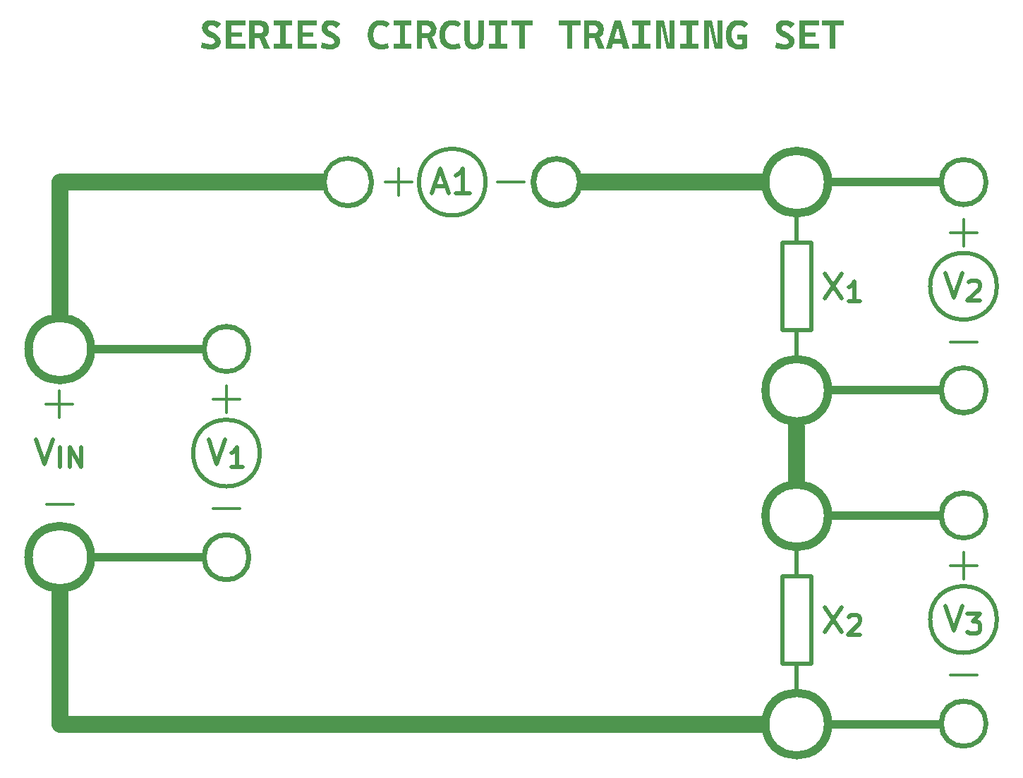
<source format=gbr>
%TF.GenerationSoftware,KiCad,Pcbnew,8.0.2*%
%TF.CreationDate,2024-06-17T23:38:42+07:00*%
%TF.ProjectId,Series Circuit,53657269-6573-4204-9369-72637569742e,rev?*%
%TF.SameCoordinates,Original*%
%TF.FileFunction,Legend,Top*%
%TF.FilePolarity,Positive*%
%FSLAX46Y46*%
G04 Gerber Fmt 4.6, Leading zero omitted, Abs format (unit mm)*
G04 Created by KiCad (PCBNEW 8.0.2) date 2024-06-17 23:38:42*
%MOMM*%
%LPD*%
G01*
G04 APERTURE LIST*
%ADD10C,2.000000*%
%ADD11C,1.000000*%
%ADD12C,0.500000*%
%ADD13C,0.300000*%
%ADD14C,1.250000*%
%ADD15C,0.120000*%
%ADD16C,6.400000*%
%ADD17C,4.800000*%
%ADD18C,4.900000*%
%ADD19C,5.100000*%
%ADD20C,6.500000*%
G04 APERTURE END LIST*
D10*
X171150000Y-130700000D02*
X86950000Y-130700000D01*
D11*
X192850000Y-65650000D02*
X179250000Y-65650000D01*
X192850000Y-130700000D02*
X179200000Y-130700000D01*
X179250000Y-105700000D02*
X192800000Y-105700000D01*
X90800000Y-85675000D02*
X104450000Y-85675000D01*
D10*
X86950000Y-114950000D02*
X86950000Y-130700000D01*
D11*
X179200000Y-90600000D02*
X192900000Y-90600000D01*
D10*
X86950000Y-81400000D02*
X86950000Y-65650000D01*
X118750000Y-65650000D02*
X86950000Y-65650000D01*
D11*
X90750000Y-110675000D02*
X104450000Y-110675000D01*
D10*
X175400000Y-95000000D02*
X175400000Y-101450000D01*
X171150000Y-65650000D02*
X149500000Y-65650000D01*
D12*
X178757518Y-76624357D02*
X180757518Y-79624357D01*
X180757518Y-76624357D02*
X178757518Y-79624357D01*
X183014661Y-79955785D02*
X181643232Y-79955785D01*
X182328947Y-79955785D02*
X182328947Y-77555785D01*
X182328947Y-77555785D02*
X182100375Y-77898642D01*
X182100375Y-77898642D02*
X181871804Y-78127214D01*
X181871804Y-78127214D02*
X181643232Y-78241500D01*
G36*
X104995185Y-49707211D02*
G01*
X104814665Y-49702369D01*
X104637484Y-49687843D01*
X104463642Y-49663634D01*
X104429274Y-49657630D01*
X104247975Y-49619484D01*
X104080212Y-49572044D01*
X103939445Y-49520854D01*
X104025785Y-48874587D01*
X104190995Y-48939035D01*
X104355370Y-48993465D01*
X104535218Y-49041767D01*
X104551518Y-49045557D01*
X104726123Y-49079626D01*
X104906002Y-49100663D01*
X105033653Y-49105397D01*
X105209686Y-49092534D01*
X105382054Y-49040278D01*
X105427739Y-49013928D01*
X105541942Y-48876567D01*
X105564515Y-48750634D01*
X105518099Y-48584307D01*
X105392856Y-48457322D01*
X105283269Y-48395016D01*
X104792586Y-48158223D01*
X104641783Y-48076423D01*
X104488471Y-47973119D01*
X104355462Y-47859344D01*
X104230094Y-47718830D01*
X104133811Y-47567361D01*
X104069038Y-47407237D01*
X104035777Y-47238458D01*
X104030914Y-47140951D01*
X104045068Y-46955379D01*
X104087528Y-46789114D01*
X104170716Y-46622739D01*
X104290875Y-46481581D01*
X104326692Y-46450233D01*
X104489915Y-46343269D01*
X104657892Y-46274746D01*
X104849350Y-46229621D01*
X105032144Y-46209566D01*
X105163590Y-46205745D01*
X105337975Y-46214468D01*
X105507220Y-46240637D01*
X105689243Y-46290175D01*
X105760276Y-46316021D01*
X105930862Y-46394544D01*
X106088925Y-46492267D01*
X106234467Y-46609191D01*
X106262073Y-46634880D01*
X105824389Y-47136677D01*
X105689220Y-47020175D01*
X105542707Y-46921533D01*
X105490143Y-46893045D01*
X105324730Y-46828931D01*
X105165300Y-46807560D01*
X104987823Y-46827470D01*
X104836183Y-46898174D01*
X104734803Y-47041762D01*
X104718214Y-47158048D01*
X104768824Y-47327056D01*
X104801134Y-47371761D01*
X104932500Y-47490171D01*
X105037927Y-47553844D01*
X105499546Y-47790637D01*
X105649478Y-47875529D01*
X105801495Y-47979860D01*
X105932888Y-48091993D01*
X106056054Y-48227466D01*
X106151097Y-48370715D01*
X106220220Y-48536542D01*
X106250941Y-48709382D01*
X106252669Y-48762602D01*
X106237002Y-48950921D01*
X106190001Y-49119441D01*
X106097918Y-49287793D01*
X105964909Y-49430286D01*
X105925262Y-49461869D01*
X105769141Y-49557466D01*
X105586514Y-49629583D01*
X105408879Y-49672710D01*
X105211769Y-49698586D01*
X105032635Y-49706971D01*
X104995185Y-49707211D01*
G37*
G36*
X106882694Y-49652501D02*
G01*
X106882694Y-46260456D01*
X107517847Y-46260456D01*
X107517847Y-49652501D01*
X106882694Y-49652501D01*
G37*
G36*
X106882694Y-49652501D02*
G01*
X106882694Y-49064364D01*
X109224983Y-49064364D01*
X109224983Y-49652501D01*
X106882694Y-49652501D01*
G37*
G36*
X106882694Y-48230030D02*
G01*
X106882694Y-47641893D01*
X108791574Y-47641893D01*
X108791574Y-48230030D01*
X106882694Y-48230030D01*
G37*
G36*
X106882694Y-46848593D02*
G01*
X106882694Y-46260456D01*
X109224983Y-46260456D01*
X109224983Y-46848593D01*
X106882694Y-46848593D01*
G37*
G36*
X110304658Y-48394161D02*
G01*
X110304658Y-47806025D01*
X110917586Y-47806025D01*
X111092336Y-47781972D01*
X111245567Y-47695579D01*
X111261235Y-47680362D01*
X111353559Y-47528839D01*
X111383853Y-47355235D01*
X111384334Y-47327309D01*
X111360772Y-47146808D01*
X111276142Y-46989409D01*
X111261235Y-46973401D01*
X111114201Y-46879795D01*
X110944874Y-46849080D01*
X110917586Y-46848593D01*
X110314061Y-46848593D01*
X110256786Y-46260456D01*
X110917586Y-46260456D01*
X111115226Y-46269802D01*
X111295256Y-46297842D01*
X111483031Y-46354181D01*
X111646836Y-46435964D01*
X111768161Y-46526314D01*
X111885409Y-46652971D01*
X111973859Y-46801062D01*
X112033512Y-46970587D01*
X112064367Y-47161548D01*
X112069068Y-47280292D01*
X112058490Y-47470139D01*
X112026753Y-47643456D01*
X111962987Y-47824769D01*
X111870423Y-47983583D01*
X111768161Y-48101803D01*
X111624903Y-48215720D01*
X111457674Y-48301657D01*
X111266474Y-48359615D01*
X111083509Y-48387024D01*
X110917586Y-48394161D01*
X110304658Y-48394161D01*
G37*
G36*
X109703699Y-49652501D02*
G01*
X109703699Y-46260456D01*
X110337997Y-46260456D01*
X110337997Y-49652501D01*
X109703699Y-49652501D01*
G37*
G36*
X111437334Y-49652501D02*
G01*
X110792777Y-48035979D01*
X111461270Y-48035979D01*
X112194731Y-49652501D01*
X111437334Y-49652501D01*
G37*
G36*
X113399215Y-49652501D02*
G01*
X113399215Y-46260456D01*
X114034368Y-46260456D01*
X114034368Y-49652501D01*
X113399215Y-49652501D01*
G37*
G36*
X112640108Y-49652501D02*
G01*
X112640108Y-49078041D01*
X114798604Y-49078041D01*
X114798604Y-49652501D01*
X112640108Y-49652501D01*
G37*
G36*
X112640108Y-46834915D02*
G01*
X112640108Y-46260456D01*
X114798604Y-46260456D01*
X114798604Y-46834915D01*
X112640108Y-46834915D01*
G37*
G36*
X115489323Y-49652501D02*
G01*
X115489323Y-46260456D01*
X116124477Y-46260456D01*
X116124477Y-49652501D01*
X115489323Y-49652501D01*
G37*
G36*
X115489323Y-49652501D02*
G01*
X115489323Y-49064364D01*
X117831612Y-49064364D01*
X117831612Y-49652501D01*
X115489323Y-49652501D01*
G37*
G36*
X115489323Y-48230030D02*
G01*
X115489323Y-47641893D01*
X117398203Y-47641893D01*
X117398203Y-48230030D01*
X115489323Y-48230030D01*
G37*
G36*
X115489323Y-46848593D02*
G01*
X115489323Y-46260456D01*
X117831612Y-46260456D01*
X117831612Y-46848593D01*
X115489323Y-46848593D01*
G37*
G36*
X119339567Y-49707211D02*
G01*
X119159047Y-49702369D01*
X118981866Y-49687843D01*
X118808024Y-49663634D01*
X118773657Y-49657630D01*
X118592358Y-49619484D01*
X118424594Y-49572044D01*
X118283828Y-49520854D01*
X118370168Y-48874587D01*
X118535377Y-48939035D01*
X118699752Y-48993465D01*
X118879600Y-49041767D01*
X118895900Y-49045557D01*
X119070505Y-49079626D01*
X119250384Y-49100663D01*
X119378036Y-49105397D01*
X119554068Y-49092534D01*
X119726436Y-49040278D01*
X119772121Y-49013928D01*
X119886324Y-48876567D01*
X119908897Y-48750634D01*
X119862481Y-48584307D01*
X119737239Y-48457322D01*
X119627652Y-48395016D01*
X119136968Y-48158223D01*
X118986165Y-48076423D01*
X118832853Y-47973119D01*
X118699844Y-47859344D01*
X118574477Y-47718830D01*
X118478193Y-47567361D01*
X118413421Y-47407237D01*
X118380159Y-47238458D01*
X118375297Y-47140951D01*
X118389450Y-46955379D01*
X118431910Y-46789114D01*
X118515098Y-46622739D01*
X118635258Y-46481581D01*
X118671075Y-46450233D01*
X118834298Y-46343269D01*
X119002275Y-46274746D01*
X119193732Y-46229621D01*
X119376526Y-46209566D01*
X119507973Y-46205745D01*
X119682357Y-46214468D01*
X119851602Y-46240637D01*
X120033625Y-46290175D01*
X120104658Y-46316021D01*
X120275244Y-46394544D01*
X120433308Y-46492267D01*
X120578849Y-46609191D01*
X120606455Y-46634880D01*
X120168772Y-47136677D01*
X120033603Y-47020175D01*
X119887090Y-46921533D01*
X119834525Y-46893045D01*
X119669112Y-46828931D01*
X119509683Y-46807560D01*
X119332205Y-46827470D01*
X119180565Y-46898174D01*
X119079185Y-47041762D01*
X119062596Y-47158048D01*
X119113207Y-47327056D01*
X119145516Y-47371761D01*
X119276883Y-47490171D01*
X119382310Y-47553844D01*
X119843929Y-47790637D01*
X119993861Y-47875529D01*
X120145877Y-47979860D01*
X120277270Y-48091993D01*
X120400436Y-48227466D01*
X120495480Y-48370715D01*
X120564602Y-48536542D01*
X120595324Y-48709382D01*
X120597052Y-48762602D01*
X120581385Y-48950921D01*
X120534384Y-49119441D01*
X120442300Y-49287793D01*
X120309291Y-49430286D01*
X120269644Y-49461869D01*
X120113524Y-49557466D01*
X119930896Y-49629583D01*
X119753261Y-49672710D01*
X119556152Y-49698586D01*
X119377017Y-49706971D01*
X119339567Y-49707211D01*
G37*
G36*
X125550907Y-49707211D02*
G01*
X125353190Y-49700352D01*
X125168228Y-49679776D01*
X124996023Y-49645481D01*
X124761632Y-49568319D01*
X124555942Y-49460293D01*
X124378953Y-49321401D01*
X124230665Y-49151645D01*
X124111078Y-48951024D01*
X124020191Y-48719539D01*
X123975546Y-48548068D01*
X123943656Y-48362879D01*
X123924522Y-48163973D01*
X123918144Y-47951349D01*
X123924569Y-47749271D01*
X123943843Y-47558920D01*
X123975966Y-47380296D01*
X124020939Y-47213400D01*
X124095225Y-47021271D01*
X124189589Y-46847467D01*
X124304029Y-46691987D01*
X124329327Y-46663090D01*
X124466149Y-46531336D01*
X124619625Y-46421912D01*
X124789756Y-46334820D01*
X124976542Y-46270060D01*
X125179982Y-46227630D01*
X125354725Y-46209765D01*
X125492777Y-46205745D01*
X125677523Y-46214401D01*
X125849961Y-46240367D01*
X126027125Y-46289521D01*
X126093737Y-46315166D01*
X126259012Y-46400816D01*
X126393983Y-46508486D01*
X126490387Y-46625477D01*
X126134770Y-47087951D01*
X126003438Y-46962722D01*
X125859508Y-46881077D01*
X125685760Y-46825939D01*
X125510061Y-46807632D01*
X125497907Y-46807560D01*
X125324787Y-46821550D01*
X125146270Y-46871799D01*
X124988377Y-46958593D01*
X124851106Y-47081932D01*
X124835398Y-47099919D01*
X124726565Y-47261058D01*
X124656844Y-47427299D01*
X124610930Y-47617103D01*
X124590523Y-47798545D01*
X124586636Y-47929123D01*
X124595825Y-48139336D01*
X124623392Y-48328872D01*
X124669336Y-48497732D01*
X124759182Y-48690714D01*
X124881699Y-48846938D01*
X125036888Y-48966403D01*
X125224748Y-49049110D01*
X125445279Y-49095058D01*
X125632118Y-49105397D01*
X125805920Y-49096421D01*
X125978546Y-49069493D01*
X126149997Y-49024613D01*
X126320272Y-48961782D01*
X126430548Y-49544789D01*
X126245577Y-49608077D01*
X126056434Y-49655820D01*
X125863119Y-49688019D01*
X125665631Y-49704673D01*
X125550907Y-49707211D01*
G37*
G36*
X127743597Y-49652501D02*
G01*
X127743597Y-46260456D01*
X128378751Y-46260456D01*
X128378751Y-49652501D01*
X127743597Y-49652501D01*
G37*
G36*
X126984491Y-49652501D02*
G01*
X126984491Y-49078041D01*
X129142987Y-49078041D01*
X129142987Y-49652501D01*
X126984491Y-49652501D01*
G37*
G36*
X126984491Y-46834915D02*
G01*
X126984491Y-46260456D01*
X129142987Y-46260456D01*
X129142987Y-46834915D01*
X126984491Y-46834915D01*
G37*
G36*
X130386793Y-48394161D02*
G01*
X130386793Y-47806025D01*
X130999721Y-47806025D01*
X131174471Y-47781972D01*
X131327703Y-47695579D01*
X131343371Y-47680362D01*
X131435694Y-47528839D01*
X131465988Y-47355235D01*
X131466469Y-47327309D01*
X131442907Y-47146808D01*
X131358277Y-46989409D01*
X131343371Y-46973401D01*
X131196336Y-46879795D01*
X131027009Y-46849080D01*
X130999721Y-46848593D01*
X130396197Y-46848593D01*
X130338922Y-46260456D01*
X130999721Y-46260456D01*
X131197362Y-46269802D01*
X131377391Y-46297842D01*
X131565167Y-46354181D01*
X131728971Y-46435964D01*
X131850297Y-46526314D01*
X131967545Y-46652971D01*
X132055995Y-46801062D01*
X132115647Y-46970587D01*
X132146502Y-47161548D01*
X132151204Y-47280292D01*
X132140625Y-47470139D01*
X132108889Y-47643456D01*
X132045122Y-47824769D01*
X131952558Y-47983583D01*
X131850297Y-48101803D01*
X131707038Y-48215720D01*
X131539809Y-48301657D01*
X131348609Y-48359615D01*
X131165644Y-48387024D01*
X130999721Y-48394161D01*
X130386793Y-48394161D01*
G37*
G36*
X129785834Y-49652501D02*
G01*
X129785834Y-46260456D01*
X130420133Y-46260456D01*
X130420133Y-49652501D01*
X129785834Y-49652501D01*
G37*
G36*
X131519470Y-49652501D02*
G01*
X130874913Y-48035979D01*
X131543405Y-48035979D01*
X132276867Y-49652501D01*
X131519470Y-49652501D01*
G37*
G36*
X134157537Y-49707211D02*
G01*
X133959819Y-49700352D01*
X133774858Y-49679776D01*
X133602652Y-49645481D01*
X133368261Y-49568319D01*
X133162571Y-49460293D01*
X132985582Y-49321401D01*
X132837294Y-49151645D01*
X132717707Y-48951024D01*
X132626821Y-48719539D01*
X132582175Y-48548068D01*
X132550285Y-48362879D01*
X132531151Y-48163973D01*
X132524773Y-47951349D01*
X132531198Y-47749271D01*
X132550472Y-47558920D01*
X132582596Y-47380296D01*
X132627569Y-47213400D01*
X132701855Y-47021271D01*
X132796218Y-46847467D01*
X132910659Y-46691987D01*
X132935956Y-46663090D01*
X133072778Y-46531336D01*
X133226254Y-46421912D01*
X133396385Y-46334820D01*
X133583171Y-46270060D01*
X133786611Y-46227630D01*
X133961354Y-46209765D01*
X134099407Y-46205745D01*
X134284152Y-46214401D01*
X134456591Y-46240367D01*
X134633755Y-46289521D01*
X134700366Y-46315166D01*
X134865641Y-46400816D01*
X135000612Y-46508486D01*
X135097017Y-46625477D01*
X134741399Y-47087951D01*
X134610068Y-46962722D01*
X134466137Y-46881077D01*
X134292389Y-46825939D01*
X134116690Y-46807632D01*
X134104536Y-46807560D01*
X133931416Y-46821550D01*
X133752900Y-46871799D01*
X133595006Y-46958593D01*
X133457736Y-47081932D01*
X133442027Y-47099919D01*
X133333194Y-47261058D01*
X133263473Y-47427299D01*
X133217559Y-47617103D01*
X133197153Y-47798545D01*
X133193266Y-47929123D01*
X133202455Y-48139336D01*
X133230021Y-48328872D01*
X133275965Y-48497732D01*
X133365811Y-48690714D01*
X133488329Y-48846938D01*
X133643517Y-48966403D01*
X133831377Y-49049110D01*
X134051908Y-49095058D01*
X134238747Y-49105397D01*
X134412549Y-49096421D01*
X134585175Y-49069493D01*
X134756626Y-49024613D01*
X134926902Y-48961782D01*
X135037177Y-49544789D01*
X134852207Y-49608077D01*
X134663064Y-49655820D01*
X134469748Y-49688019D01*
X134272260Y-49704673D01*
X134157537Y-49707211D01*
G37*
G36*
X136660537Y-49707211D02*
G01*
X136457352Y-49697196D01*
X136274152Y-49667150D01*
X136060974Y-49595930D01*
X135883325Y-49489101D01*
X135741206Y-49346661D01*
X135634617Y-49168612D01*
X135563558Y-48954953D01*
X135533580Y-48771340D01*
X135523587Y-48567696D01*
X135523587Y-46260456D01*
X136157886Y-46260456D01*
X136157886Y-48560002D01*
X136175316Y-48739841D01*
X136239714Y-48903465D01*
X136281839Y-48958362D01*
X136429225Y-49054082D01*
X136607403Y-49089635D01*
X136671650Y-49091719D01*
X136845379Y-49073026D01*
X137002633Y-49003965D01*
X137122445Y-48862728D01*
X137174863Y-48684623D01*
X137182851Y-48560002D01*
X137182851Y-46260456D01*
X137817149Y-46260456D01*
X137817149Y-48567696D01*
X137809970Y-48738908D01*
X137782401Y-48925960D01*
X137734155Y-49092936D01*
X137651736Y-49262368D01*
X137541173Y-49404475D01*
X137523081Y-49422546D01*
X137381295Y-49533465D01*
X137213248Y-49617141D01*
X137048305Y-49667180D01*
X136864068Y-49697203D01*
X136660537Y-49707211D01*
G37*
G36*
X139219103Y-49652501D02*
G01*
X139219103Y-46260456D01*
X139854257Y-46260456D01*
X139854257Y-49652501D01*
X139219103Y-49652501D01*
G37*
G36*
X138459997Y-49652501D02*
G01*
X138459997Y-49078041D01*
X140618493Y-49078041D01*
X140618493Y-49652501D01*
X138459997Y-49652501D01*
G37*
G36*
X138459997Y-46834915D02*
G01*
X138459997Y-46260456D01*
X140618493Y-46260456D01*
X140618493Y-46834915D01*
X138459997Y-46834915D01*
G37*
G36*
X142090544Y-49652501D02*
G01*
X142090544Y-46260456D01*
X142725698Y-46260456D01*
X142725698Y-49652501D01*
X142090544Y-49652501D01*
G37*
G36*
X141116870Y-46848593D02*
G01*
X141116870Y-46260456D01*
X143699372Y-46260456D01*
X143699372Y-46848593D01*
X141116870Y-46848593D01*
G37*
G36*
X147828297Y-49652501D02*
G01*
X147828297Y-46260456D01*
X148463451Y-46260456D01*
X148463451Y-49652501D01*
X147828297Y-49652501D01*
G37*
G36*
X146854623Y-46848593D02*
G01*
X146854623Y-46260456D01*
X149437125Y-46260456D01*
X149437125Y-46848593D01*
X146854623Y-46848593D01*
G37*
G36*
X150468929Y-48394161D02*
G01*
X150468929Y-47806025D01*
X151081856Y-47806025D01*
X151256606Y-47781972D01*
X151409838Y-47695579D01*
X151425506Y-47680362D01*
X151517830Y-47528839D01*
X151548123Y-47355235D01*
X151548604Y-47327309D01*
X151525043Y-47146808D01*
X151440412Y-46989409D01*
X151425506Y-46973401D01*
X151278472Y-46879795D01*
X151109145Y-46849080D01*
X151081856Y-46848593D01*
X150478332Y-46848593D01*
X150421057Y-46260456D01*
X151081856Y-46260456D01*
X151279497Y-46269802D01*
X151459526Y-46297842D01*
X151647302Y-46354181D01*
X151811107Y-46435964D01*
X151932432Y-46526314D01*
X152049680Y-46652971D01*
X152138130Y-46801062D01*
X152197783Y-46970587D01*
X152228637Y-47161548D01*
X152233339Y-47280292D01*
X152222760Y-47470139D01*
X152191024Y-47643456D01*
X152127258Y-47824769D01*
X152034693Y-47983583D01*
X151932432Y-48101803D01*
X151789174Y-48215720D01*
X151621944Y-48301657D01*
X151430744Y-48359615D01*
X151247780Y-48387024D01*
X151081856Y-48394161D01*
X150468929Y-48394161D01*
G37*
G36*
X149867969Y-49652501D02*
G01*
X149867969Y-46260456D01*
X150502268Y-46260456D01*
X150502268Y-49652501D01*
X149867969Y-49652501D01*
G37*
G36*
X151601605Y-49652501D02*
G01*
X150957048Y-48035979D01*
X151625541Y-48035979D01*
X152359002Y-49652501D01*
X151601605Y-49652501D01*
G37*
G36*
X152508601Y-49652501D02*
G01*
X153494243Y-46260456D01*
X154273011Y-46260456D01*
X155258653Y-49652501D01*
X154573918Y-49652501D01*
X153905426Y-47089660D01*
X153861828Y-47089660D01*
X153193336Y-49652501D01*
X152508601Y-49652501D01*
G37*
G36*
X153006124Y-48995976D02*
G01*
X153006124Y-48407839D01*
X154737195Y-48407839D01*
X154737195Y-48995976D01*
X153006124Y-48995976D01*
G37*
G36*
X156432362Y-49652501D02*
G01*
X156432362Y-46260456D01*
X157067516Y-46260456D01*
X157067516Y-49652501D01*
X156432362Y-49652501D01*
G37*
G36*
X155673255Y-49652501D02*
G01*
X155673255Y-49078041D01*
X157831752Y-49078041D01*
X157831752Y-49652501D01*
X155673255Y-49652501D01*
G37*
G36*
X155673255Y-46834915D02*
G01*
X155673255Y-46260456D01*
X157831752Y-46260456D01*
X157831752Y-46834915D01*
X155673255Y-46834915D01*
G37*
G36*
X159794487Y-49652501D02*
G01*
X159193528Y-47000756D01*
X158931089Y-47000756D01*
X158931089Y-46260456D01*
X159448273Y-46260456D01*
X160049232Y-48912200D01*
X160210799Y-48912200D01*
X160210799Y-49652501D01*
X159794487Y-49652501D01*
G37*
G36*
X158493405Y-49652501D02*
G01*
X158493405Y-46260456D01*
X159104623Y-46260456D01*
X159104623Y-49652501D01*
X158493405Y-49652501D01*
G37*
G36*
X160138137Y-49652501D02*
G01*
X160138137Y-46260456D01*
X160749355Y-46260456D01*
X160749355Y-49652501D01*
X160138137Y-49652501D01*
G37*
G36*
X162170115Y-49652501D02*
G01*
X162170115Y-46260456D01*
X162805269Y-46260456D01*
X162805269Y-49652501D01*
X162170115Y-49652501D01*
G37*
G36*
X161411008Y-49652501D02*
G01*
X161411008Y-49078041D01*
X163569505Y-49078041D01*
X163569505Y-49652501D01*
X161411008Y-49652501D01*
G37*
G36*
X161411008Y-46834915D02*
G01*
X161411008Y-46260456D01*
X163569505Y-46260456D01*
X163569505Y-46834915D01*
X161411008Y-46834915D01*
G37*
G36*
X165532240Y-49652501D02*
G01*
X164931281Y-47000756D01*
X164668842Y-47000756D01*
X164668842Y-46260456D01*
X165186026Y-46260456D01*
X165786985Y-48912200D01*
X165948552Y-48912200D01*
X165948552Y-49652501D01*
X165532240Y-49652501D01*
G37*
G36*
X164231158Y-49652501D02*
G01*
X164231158Y-46260456D01*
X164842376Y-46260456D01*
X164842376Y-49652501D01*
X164231158Y-49652501D01*
G37*
G36*
X165875890Y-49652501D02*
G01*
X165875890Y-46260456D01*
X166487107Y-46260456D01*
X166487107Y-49652501D01*
X165875890Y-49652501D01*
G37*
G36*
X168472924Y-49707211D02*
G01*
X168282867Y-49700359D01*
X168105071Y-49679802D01*
X167900070Y-49634835D01*
X167714228Y-49568455D01*
X167547545Y-49480661D01*
X167400020Y-49371455D01*
X167295796Y-49268673D01*
X167182758Y-49120656D01*
X167088878Y-48951226D01*
X167014158Y-48760384D01*
X166968177Y-48592292D01*
X166934457Y-48410496D01*
X166912999Y-48214996D01*
X166903803Y-48005791D01*
X166903419Y-47951349D01*
X166909764Y-47749271D01*
X166928798Y-47558920D01*
X166960521Y-47380296D01*
X167004933Y-47213400D01*
X167078292Y-47021271D01*
X167171478Y-46847467D01*
X167284491Y-46691987D01*
X167309473Y-46663090D01*
X167444484Y-46531336D01*
X167595731Y-46421912D01*
X167763216Y-46334820D01*
X167946937Y-46270060D01*
X168146896Y-46227630D01*
X168318554Y-46209765D01*
X168454117Y-46205745D01*
X168634063Y-46213119D01*
X168821175Y-46239040D01*
X168992058Y-46283624D01*
X169096964Y-46323715D01*
X169254644Y-46406512D01*
X169401094Y-46519765D01*
X169519260Y-46656251D01*
X169120045Y-47119580D01*
X168995451Y-46989215D01*
X168842219Y-46890480D01*
X168680307Y-46830962D01*
X168507125Y-46807884D01*
X168483182Y-46807560D01*
X168303184Y-46821591D01*
X168120113Y-46871987D01*
X167961191Y-46959034D01*
X167826419Y-47082734D01*
X167811270Y-47100773D01*
X167706551Y-47262180D01*
X167639465Y-47428392D01*
X167595287Y-47617921D01*
X167575652Y-47798932D01*
X167571912Y-47929123D01*
X167577777Y-48105736D01*
X167600297Y-48298719D01*
X167639707Y-48471024D01*
X167707032Y-48645915D01*
X167797346Y-48792662D01*
X167812125Y-48811328D01*
X167947458Y-48939983D01*
X168112391Y-49031879D01*
X168280988Y-49082135D01*
X168472246Y-49104248D01*
X168531054Y-49105397D01*
X168707614Y-49098060D01*
X168877877Y-49073750D01*
X168933688Y-49060944D01*
X169100882Y-49017574D01*
X169218353Y-48985718D01*
X169446598Y-49563596D01*
X169277728Y-49607023D01*
X169108949Y-49644690D01*
X169076448Y-49651646D01*
X168904009Y-49680948D01*
X168716877Y-49699397D01*
X168535896Y-49706723D01*
X168472924Y-49707211D01*
G37*
G36*
X168817428Y-49563596D02*
G01*
X168817428Y-47915445D01*
X169446598Y-47915445D01*
X169446598Y-49563596D01*
X168817428Y-49563596D01*
G37*
G36*
X168252373Y-48503582D02*
G01*
X168252373Y-47915445D01*
X169432920Y-47915445D01*
X169432920Y-48503582D01*
X168252373Y-48503582D01*
G37*
G36*
X173848221Y-49707211D02*
G01*
X173667700Y-49702369D01*
X173490519Y-49687843D01*
X173316677Y-49663634D01*
X173282310Y-49657630D01*
X173101011Y-49619484D01*
X172933247Y-49572044D01*
X172792481Y-49520854D01*
X172878821Y-48874587D01*
X173044030Y-48939035D01*
X173208405Y-48993465D01*
X173388254Y-49041767D01*
X173404553Y-49045557D01*
X173579158Y-49079626D01*
X173759037Y-49100663D01*
X173886689Y-49105397D01*
X174062721Y-49092534D01*
X174235089Y-49040278D01*
X174280775Y-49013928D01*
X174394977Y-48876567D01*
X174417551Y-48750634D01*
X174371134Y-48584307D01*
X174245892Y-48457322D01*
X174136305Y-48395016D01*
X173645621Y-48158223D01*
X173494819Y-48076423D01*
X173341507Y-47973119D01*
X173208497Y-47859344D01*
X173083130Y-47718830D01*
X172986846Y-47567361D01*
X172922074Y-47407237D01*
X172888813Y-47238458D01*
X172883950Y-47140951D01*
X172898103Y-46955379D01*
X172940564Y-46789114D01*
X173023751Y-46622739D01*
X173143911Y-46481581D01*
X173179728Y-46450233D01*
X173342951Y-46343269D01*
X173510928Y-46274746D01*
X173702385Y-46229621D01*
X173885179Y-46209566D01*
X174016626Y-46205745D01*
X174191010Y-46214468D01*
X174360256Y-46240637D01*
X174542279Y-46290175D01*
X174613311Y-46316021D01*
X174783897Y-46394544D01*
X174941961Y-46492267D01*
X175087503Y-46609191D01*
X175115108Y-46634880D01*
X174677425Y-47136677D01*
X174542256Y-47020175D01*
X174395743Y-46921533D01*
X174343179Y-46893045D01*
X174177765Y-46828931D01*
X174018336Y-46807560D01*
X173840858Y-46827470D01*
X173689218Y-46898174D01*
X173587839Y-47041762D01*
X173571249Y-47158048D01*
X173621860Y-47327056D01*
X173654170Y-47371761D01*
X173785536Y-47490171D01*
X173890963Y-47553844D01*
X174352582Y-47790637D01*
X174502514Y-47875529D01*
X174654530Y-47979860D01*
X174785923Y-48091993D01*
X174909089Y-48227466D01*
X175004133Y-48370715D01*
X175073256Y-48536542D01*
X175103977Y-48709382D01*
X175105705Y-48762602D01*
X175090038Y-48950921D01*
X175043037Y-49119441D01*
X174950954Y-49287793D01*
X174817944Y-49430286D01*
X174778297Y-49461869D01*
X174622177Y-49557466D01*
X174439550Y-49629583D01*
X174261914Y-49672710D01*
X174064805Y-49698586D01*
X173885670Y-49706971D01*
X173848221Y-49707211D01*
G37*
G36*
X175735729Y-49652501D02*
G01*
X175735729Y-46260456D01*
X176370883Y-46260456D01*
X176370883Y-49652501D01*
X175735729Y-49652501D01*
G37*
G36*
X175735729Y-49652501D02*
G01*
X175735729Y-49064364D01*
X178078018Y-49064364D01*
X178078018Y-49652501D01*
X175735729Y-49652501D01*
G37*
G36*
X175735729Y-48230030D02*
G01*
X175735729Y-47641893D01*
X177644609Y-47641893D01*
X177644609Y-48230030D01*
X175735729Y-48230030D01*
G37*
G36*
X175735729Y-46848593D02*
G01*
X175735729Y-46260456D01*
X178078018Y-46260456D01*
X178078018Y-46848593D01*
X175735729Y-46848593D01*
G37*
G36*
X179385939Y-49652501D02*
G01*
X179385939Y-46260456D01*
X180021092Y-46260456D01*
X180021092Y-49652501D01*
X179385939Y-49652501D01*
G37*
G36*
X178412264Y-46848593D02*
G01*
X178412264Y-46260456D01*
X180994766Y-46260456D01*
X180994766Y-46848593D01*
X178412264Y-46848593D01*
G37*
X178757518Y-116674357D02*
X180757518Y-119674357D01*
X180757518Y-116674357D02*
X178757518Y-119674357D01*
X181643232Y-117834357D02*
X181757518Y-117720071D01*
X181757518Y-117720071D02*
X181986090Y-117605785D01*
X181986090Y-117605785D02*
X182557518Y-117605785D01*
X182557518Y-117605785D02*
X182786090Y-117720071D01*
X182786090Y-117720071D02*
X182900375Y-117834357D01*
X182900375Y-117834357D02*
X183014661Y-118062928D01*
X183014661Y-118062928D02*
X183014661Y-118291500D01*
X183014661Y-118291500D02*
X182900375Y-118634357D01*
X182900375Y-118634357D02*
X181528947Y-120005785D01*
X181528947Y-120005785D02*
X183014661Y-120005785D01*
X193257143Y-116511857D02*
X194257143Y-119511857D01*
X194257143Y-119511857D02*
X195257143Y-116511857D01*
X195885715Y-117443285D02*
X197371429Y-117443285D01*
X197371429Y-117443285D02*
X196571429Y-118357571D01*
X196571429Y-118357571D02*
X196914286Y-118357571D01*
X196914286Y-118357571D02*
X197142858Y-118471857D01*
X197142858Y-118471857D02*
X197257143Y-118586142D01*
X197257143Y-118586142D02*
X197371429Y-118814714D01*
X197371429Y-118814714D02*
X197371429Y-119386142D01*
X197371429Y-119386142D02*
X197257143Y-119614714D01*
X197257143Y-119614714D02*
X197142858Y-119729000D01*
X197142858Y-119729000D02*
X196914286Y-119843285D01*
X196914286Y-119843285D02*
X196228572Y-119843285D01*
X196228572Y-119843285D02*
X196000000Y-119729000D01*
X196000000Y-119729000D02*
X195885715Y-119614714D01*
X131907142Y-66154714D02*
X133335714Y-66154714D01*
X131621428Y-67011857D02*
X132621428Y-64011857D01*
X132621428Y-64011857D02*
X133621428Y-67011857D01*
X136192857Y-67011857D02*
X134478571Y-67011857D01*
X135335714Y-67011857D02*
X135335714Y-64011857D01*
X135335714Y-64011857D02*
X135050000Y-64440428D01*
X135050000Y-64440428D02*
X134764285Y-64726142D01*
X134764285Y-64726142D02*
X134478571Y-64869000D01*
X84121428Y-96536857D02*
X85121428Y-99536857D01*
X85121428Y-99536857D02*
X86121428Y-96536857D01*
X86978571Y-99868285D02*
X86978571Y-97468285D01*
X88121428Y-99868285D02*
X88121428Y-97468285D01*
X88121428Y-97468285D02*
X89492857Y-99868285D01*
X89492857Y-99868285D02*
X89492857Y-97468285D01*
X104807143Y-96536857D02*
X105807143Y-99536857D01*
X105807143Y-99536857D02*
X106807143Y-96536857D01*
X108921429Y-99868285D02*
X107550000Y-99868285D01*
X108235715Y-99868285D02*
X108235715Y-97468285D01*
X108235715Y-97468285D02*
X108007143Y-97811142D01*
X108007143Y-97811142D02*
X107778572Y-98039714D01*
X107778572Y-98039714D02*
X107550000Y-98154000D01*
X193257143Y-76511857D02*
X194257143Y-79511857D01*
X194257143Y-79511857D02*
X195257143Y-76511857D01*
X196000000Y-77671857D02*
X196114286Y-77557571D01*
X196114286Y-77557571D02*
X196342858Y-77443285D01*
X196342858Y-77443285D02*
X196914286Y-77443285D01*
X196914286Y-77443285D02*
X197142858Y-77557571D01*
X197142858Y-77557571D02*
X197257143Y-77671857D01*
X197257143Y-77671857D02*
X197371429Y-77900428D01*
X197371429Y-77900428D02*
X197371429Y-78129000D01*
X197371429Y-78129000D02*
X197257143Y-78471857D01*
X197257143Y-78471857D02*
X195885715Y-79843285D01*
X195885715Y-79843285D02*
X197371429Y-79843285D01*
D13*
%TO.C,MES3*%
X193800000Y-111700000D02*
X197000000Y-111700000D01*
X193800000Y-124850000D02*
X197000000Y-124850000D01*
X195400000Y-113300000D02*
X195400000Y-110100000D01*
D11*
X197900000Y-105650000D02*
G75*
G02*
X192900000Y-105650000I-2500000J0D01*
G01*
X192900000Y-105650000D02*
G75*
G02*
X197900000Y-105650000I2500000J0D01*
G01*
D12*
X199400000Y-118150000D02*
G75*
G02*
X191400000Y-118150000I-4000000J0D01*
G01*
X191400000Y-118150000D02*
G75*
G02*
X199400000Y-118150000I4000000J0D01*
G01*
D11*
X197900000Y-130650000D02*
G75*
G02*
X192900000Y-130650000I-2500000J0D01*
G01*
X192900000Y-130650000D02*
G75*
G02*
X197900000Y-130650000I2500000J0D01*
G01*
D13*
%TO.C,A1*%
X127600000Y-67250000D02*
X127600000Y-64050000D01*
X129200000Y-65650000D02*
X126000000Y-65650000D01*
X142650000Y-65650000D02*
X139450000Y-65650000D01*
D14*
X124050000Y-65650000D02*
G75*
G02*
X119050000Y-65650000I-2500000J0D01*
G01*
X119050000Y-65650000D02*
G75*
G02*
X124050000Y-65650000I2500000J0D01*
G01*
D12*
X138050000Y-65650000D02*
G75*
G02*
X130050000Y-65650000I-4000000J0D01*
G01*
X130050000Y-65650000D02*
G75*
G02*
X138050000Y-65650000I4000000J0D01*
G01*
D14*
X149050000Y-65650000D02*
G75*
G02*
X144050000Y-65650000I-2500000J0D01*
G01*
X144050000Y-65650000D02*
G75*
G02*
X149050000Y-65650000I2500000J0D01*
G01*
D15*
%TO.C,R1*%
X173680000Y-74280000D02*
X173680000Y-83520000D01*
X173680000Y-83520000D02*
X177120000Y-83520000D01*
D12*
X175400000Y-72900000D02*
X175400000Y-69350000D01*
D15*
X175400000Y-85480000D02*
X175400000Y-83520000D01*
D12*
X175400000Y-86950000D02*
X175400000Y-83400000D01*
D15*
X177120000Y-83520000D02*
X177120000Y-74280000D01*
D12*
X177150000Y-83400000D02*
X173650000Y-83400000D01*
X173650000Y-72900000D01*
X177150000Y-72900000D01*
X177150000Y-83400000D01*
D11*
X179150000Y-65650000D02*
G75*
G02*
X171650000Y-65650000I-3750000J0D01*
G01*
X171650000Y-65650000D02*
G75*
G02*
X179150000Y-65650000I3750000J0D01*
G01*
X179150000Y-90650000D02*
G75*
G02*
X171650000Y-90650000I-3750000J0D01*
G01*
X171650000Y-90650000D02*
G75*
G02*
X179150000Y-90650000I3750000J0D01*
G01*
D13*
%TO.C,V1*%
X85300000Y-92325000D02*
X88500000Y-92325000D01*
X85350000Y-104325000D02*
X88550000Y-104325000D01*
X86900000Y-93925000D02*
X86900000Y-90725000D01*
D11*
X90700000Y-85675000D02*
G75*
G02*
X83200000Y-85675000I-3750000J0D01*
G01*
X83200000Y-85675000D02*
G75*
G02*
X90700000Y-85675000I3750000J0D01*
G01*
X90700000Y-110675000D02*
G75*
G02*
X83200000Y-110675000I-3750000J0D01*
G01*
X83200000Y-110675000D02*
G75*
G02*
X90700000Y-110675000I3750000J0D01*
G01*
D13*
%TO.C,MES1*%
X105350000Y-91725000D02*
X108550000Y-91725000D01*
X105350000Y-104875000D02*
X108550000Y-104875000D01*
X106950000Y-93325000D02*
X106950000Y-90125000D01*
D11*
X109450000Y-85675000D02*
G75*
G02*
X104450000Y-85675000I-2500000J0D01*
G01*
X104450000Y-85675000D02*
G75*
G02*
X109450000Y-85675000I2500000J0D01*
G01*
D12*
X110950000Y-98175000D02*
G75*
G02*
X102950000Y-98175000I-4000000J0D01*
G01*
X102950000Y-98175000D02*
G75*
G02*
X110950000Y-98175000I4000000J0D01*
G01*
D11*
X109450000Y-110675000D02*
G75*
G02*
X104450000Y-110675000I-2500000J0D01*
G01*
X104450000Y-110675000D02*
G75*
G02*
X109450000Y-110675000I2500000J0D01*
G01*
D13*
%TO.C,MES2*%
X193800000Y-71700000D02*
X197000000Y-71700000D01*
X193800000Y-84850000D02*
X197000000Y-84850000D01*
X195400000Y-73300000D02*
X195400000Y-70100000D01*
D11*
X197900000Y-65650000D02*
G75*
G02*
X192900000Y-65650000I-2500000J0D01*
G01*
X192900000Y-65650000D02*
G75*
G02*
X197900000Y-65650000I2500000J0D01*
G01*
D12*
X199400000Y-78150000D02*
G75*
G02*
X191400000Y-78150000I-4000000J0D01*
G01*
X191400000Y-78150000D02*
G75*
G02*
X199400000Y-78150000I4000000J0D01*
G01*
D11*
X197900000Y-90650000D02*
G75*
G02*
X192900000Y-90650000I-2500000J0D01*
G01*
X192900000Y-90650000D02*
G75*
G02*
X197900000Y-90650000I2500000J0D01*
G01*
D15*
%TO.C,R2*%
X173680000Y-114330000D02*
X173680000Y-123570000D01*
X173680000Y-123570000D02*
X177120000Y-123570000D01*
D12*
X175400000Y-112950000D02*
X175400000Y-109400000D01*
D15*
X175400000Y-125530000D02*
X175400000Y-123570000D01*
D12*
X175400000Y-127000000D02*
X175400000Y-123450000D01*
D15*
X177120000Y-123570000D02*
X177120000Y-114330000D01*
D12*
X177150000Y-123450000D02*
X173650000Y-123450000D01*
X173650000Y-112950000D01*
X177150000Y-112950000D01*
X177150000Y-123450000D01*
D11*
X179150000Y-105700000D02*
G75*
G02*
X171650000Y-105700000I-3750000J0D01*
G01*
X171650000Y-105700000D02*
G75*
G02*
X179150000Y-105700000I3750000J0D01*
G01*
X179150000Y-130700000D02*
G75*
G02*
X171650000Y-130700000I-3750000J0D01*
G01*
X171650000Y-130700000D02*
G75*
G02*
X179150000Y-130700000I3750000J0D01*
G01*
%TD*%
%LPC*%
D16*
%TO.C,H3*%
X72400000Y-141300000D03*
%TD*%
D17*
%TO.C,MES3*%
X195400000Y-130650000D03*
X195400000Y-105650000D03*
%TD*%
D18*
%TO.C,A1*%
X146550000Y-65650000D03*
D19*
X121550000Y-65650000D03*
%TD*%
D16*
%TO.C,H4*%
X212400000Y-141300000D03*
%TD*%
%TO.C,H1*%
X72400000Y-44300000D03*
%TD*%
D20*
%TO.C,R1*%
X175400000Y-90650000D03*
X175400000Y-65650000D03*
%TD*%
%TO.C,V1*%
X86950000Y-85675000D03*
X86950000Y-110675000D03*
%TD*%
D17*
%TO.C,MES1*%
X106950000Y-110675000D03*
X106950000Y-85675000D03*
%TD*%
%TO.C,MES2*%
X195400000Y-90650000D03*
X195400000Y-65650000D03*
%TD*%
D16*
%TO.C,H2*%
X212400000Y-44300000D03*
%TD*%
D20*
%TO.C,R2*%
X175400000Y-130700000D03*
X175400000Y-105700000D03*
%TD*%
%LPD*%
M02*

</source>
